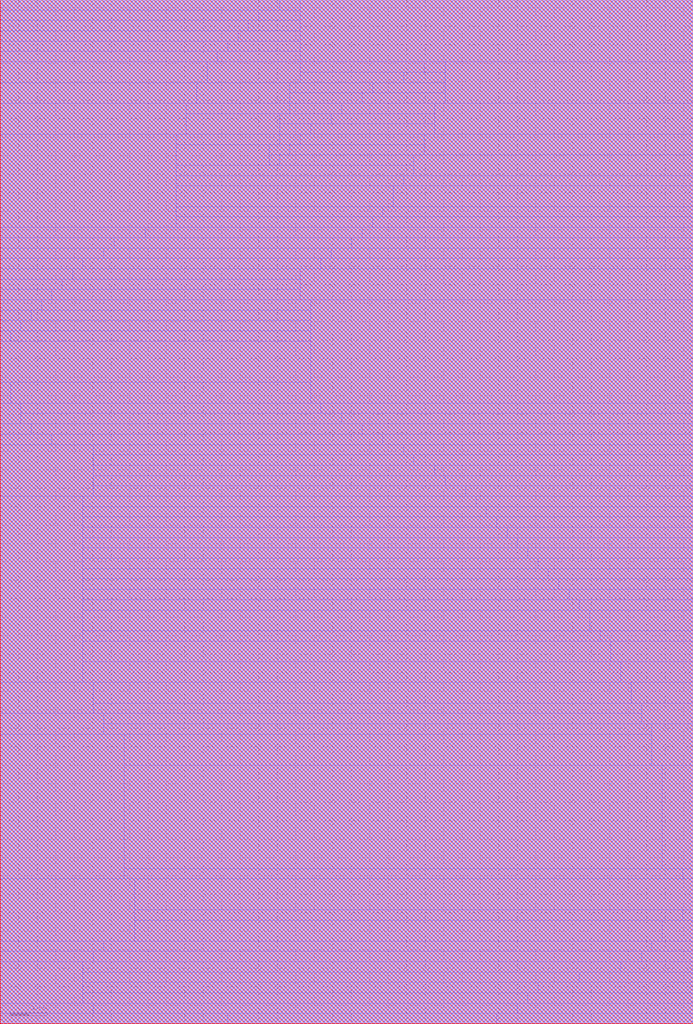
<source format=lef>
VERSION 5.7 ;
  NOWIREEXTENSIONATPIN ON ;
  DIVIDERCHAR "/" ;
  BUSBITCHARS "[]" ;
MACRO white_rabbit
  CLASS BLOCK ;
  FOREIGN white_rabbit ;
  ORIGIN 0.000 0.000 ;
  SIZE 18.760 BY 27.720 ;
  OBS
      LAYER met1 ;
        RECT 0.000 27.440 7.560 27.720 ;
      LAYER met1 ;
        RECT 7.560 27.440 8.120 27.720 ;
      LAYER met1 ;
        RECT 0.000 27.160 7.000 27.440 ;
      LAYER met1 ;
        RECT 7.000 27.160 8.120 27.440 ;
      LAYER met1 ;
        RECT 0.000 26.880 6.720 27.160 ;
      LAYER met1 ;
        RECT 6.720 26.880 8.120 27.160 ;
      LAYER met1 ;
        RECT 0.000 26.600 6.440 26.880 ;
      LAYER met1 ;
        RECT 6.440 26.600 8.120 26.880 ;
      LAYER met1 ;
        RECT 0.000 26.320 6.160 26.600 ;
      LAYER met1 ;
        RECT 6.160 26.320 8.120 26.600 ;
      LAYER met1 ;
        RECT 0.000 26.040 5.880 26.320 ;
      LAYER met1 ;
        RECT 5.880 26.040 8.120 26.320 ;
      LAYER met1 ;
        RECT 8.120 26.040 18.760 27.720 ;
        RECT 0.000 25.480 5.600 26.040 ;
      LAYER met1 ;
        RECT 5.600 25.480 8.120 26.040 ;
      LAYER met1 ;
        RECT 8.120 25.760 11.480 26.040 ;
      LAYER met1 ;
        RECT 11.480 25.760 12.040 26.040 ;
      LAYER met1 ;
        RECT 8.120 25.480 10.920 25.760 ;
      LAYER met1 ;
        RECT 10.920 25.480 12.040 25.760 ;
      LAYER met1 ;
        RECT 0.000 24.920 5.320 25.480 ;
      LAYER met1 ;
        RECT 5.320 24.920 7.840 25.480 ;
      LAYER met1 ;
        RECT 7.840 25.200 10.080 25.480 ;
      LAYER met1 ;
        RECT 10.080 25.200 12.040 25.480 ;
      LAYER met1 ;
        RECT 7.840 24.920 9.800 25.200 ;
      LAYER met1 ;
        RECT 9.800 24.920 12.040 25.200 ;
      LAYER met1 ;
        RECT 12.040 24.920 18.760 26.040 ;
        RECT 0.000 24.080 5.040 24.920 ;
      LAYER met1 ;
        RECT 5.040 24.640 7.840 24.920 ;
      LAYER met1 ;
        RECT 7.840 24.640 9.240 24.920 ;
      LAYER met1 ;
        RECT 9.240 24.640 11.760 24.920 ;
        RECT 5.040 24.080 7.560 24.640 ;
      LAYER met1 ;
        RECT 7.560 24.360 8.960 24.640 ;
      LAYER met1 ;
        RECT 8.960 24.360 11.760 24.640 ;
      LAYER met1 ;
        RECT 7.560 24.080 8.400 24.360 ;
      LAYER met1 ;
        RECT 8.400 24.080 11.760 24.360 ;
      LAYER met1 ;
        RECT 11.760 24.080 18.760 24.920 ;
        RECT 0.000 21.560 4.760 24.080 ;
      LAYER met1 ;
        RECT 4.760 23.800 7.560 24.080 ;
      LAYER met1 ;
        RECT 7.560 23.800 8.120 24.080 ;
      LAYER met1 ;
        RECT 8.120 23.800 11.480 24.080 ;
        RECT 4.760 23.240 7.280 23.800 ;
      LAYER met1 ;
        RECT 7.280 23.520 7.840 23.800 ;
      LAYER met1 ;
        RECT 7.840 23.520 11.480 23.800 ;
      LAYER met1 ;
        RECT 11.480 23.520 18.760 24.080 ;
        RECT 7.280 23.240 7.560 23.520 ;
      LAYER met1 ;
        RECT 7.560 23.240 11.200 23.520 ;
        RECT 4.760 22.960 11.200 23.240 ;
      LAYER met1 ;
        RECT 11.200 22.960 18.760 23.520 ;
      LAYER met1 ;
        RECT 4.760 22.680 10.920 22.960 ;
      LAYER met1 ;
        RECT 10.920 22.680 18.760 22.960 ;
      LAYER met1 ;
        RECT 4.760 22.120 10.640 22.680 ;
      LAYER met1 ;
        RECT 10.640 22.120 18.760 22.680 ;
      LAYER met1 ;
        RECT 4.760 21.840 10.360 22.120 ;
      LAYER met1 ;
        RECT 10.360 21.840 18.760 22.120 ;
      LAYER met1 ;
        RECT 4.760 21.560 10.080 21.840 ;
      LAYER met1 ;
        RECT 10.080 21.560 18.760 21.840 ;
        RECT 0.000 21.280 3.920 21.560 ;
      LAYER met1 ;
        RECT 3.920 21.280 9.800 21.560 ;
      LAYER met1 ;
        RECT 9.800 21.280 18.760 21.560 ;
        RECT 0.000 21.000 3.080 21.280 ;
      LAYER met1 ;
        RECT 3.080 21.000 9.520 21.280 ;
      LAYER met1 ;
        RECT 9.520 21.000 18.760 21.280 ;
        RECT 0.000 20.720 2.800 21.000 ;
      LAYER met1 ;
        RECT 2.800 20.720 8.960 21.000 ;
      LAYER met1 ;
        RECT 8.960 20.720 18.760 21.000 ;
        RECT 0.000 20.440 2.240 20.720 ;
      LAYER met1 ;
        RECT 2.240 20.440 8.680 20.720 ;
      LAYER met1 ;
        RECT 8.680 20.440 18.760 20.720 ;
        RECT 0.000 20.160 1.960 20.440 ;
      LAYER met1 ;
        RECT 1.960 20.160 8.120 20.440 ;
      LAYER met1 ;
        RECT 0.000 19.880 1.680 20.160 ;
      LAYER met1 ;
        RECT 1.680 19.880 8.120 20.160 ;
      LAYER met1 ;
        RECT 0.000 19.600 1.400 19.880 ;
      LAYER met1 ;
        RECT 1.400 19.600 8.120 19.880 ;
      LAYER met1 ;
        RECT 8.120 19.600 18.760 20.440 ;
        RECT 0.000 19.320 1.120 19.600 ;
      LAYER met1 ;
        RECT 1.120 19.320 8.400 19.600 ;
      LAYER met1 ;
        RECT 0.000 19.040 0.840 19.320 ;
      LAYER met1 ;
        RECT 0.840 19.040 8.400 19.320 ;
      LAYER met1 ;
        RECT 0.000 18.760 0.560 19.040 ;
      LAYER met1 ;
        RECT 0.560 18.760 8.400 19.040 ;
      LAYER met1 ;
        RECT 0.000 18.480 0.280 18.760 ;
      LAYER met1 ;
        RECT 0.280 18.480 8.400 18.760 ;
        RECT 0.000 17.360 8.400 18.480 ;
      LAYER met1 ;
        RECT 0.000 16.800 0.280 17.360 ;
      LAYER met1 ;
        RECT 0.280 16.800 8.400 17.360 ;
      LAYER met1 ;
        RECT 8.400 16.800 18.760 19.600 ;
        RECT 0.000 16.240 0.560 16.800 ;
      LAYER met1 ;
        RECT 0.560 16.520 8.680 16.800 ;
      LAYER met1 ;
        RECT 8.680 16.520 18.760 16.800 ;
      LAYER met1 ;
        RECT 0.560 16.240 9.240 16.520 ;
      LAYER met1 ;
        RECT 9.240 16.240 18.760 16.520 ;
        RECT 0.000 15.960 0.840 16.240 ;
      LAYER met1 ;
        RECT 0.840 15.960 9.800 16.240 ;
      LAYER met1 ;
        RECT 9.800 15.960 18.760 16.240 ;
        RECT 0.000 15.680 1.400 15.960 ;
      LAYER met1 ;
        RECT 1.400 15.680 10.360 15.960 ;
      LAYER met1 ;
        RECT 10.360 15.680 18.760 15.960 ;
        RECT 0.000 14.280 2.520 15.680 ;
      LAYER met1 ;
        RECT 2.520 15.400 10.920 15.680 ;
      LAYER met1 ;
        RECT 10.920 15.400 18.760 15.680 ;
      LAYER met1 ;
        RECT 2.520 15.120 11.200 15.400 ;
      LAYER met1 ;
        RECT 11.200 15.120 18.760 15.400 ;
      LAYER met1 ;
        RECT 2.520 14.840 11.760 15.120 ;
      LAYER met1 ;
        RECT 11.760 14.840 18.760 15.120 ;
      LAYER met1 ;
        RECT 2.520 14.560 12.040 14.840 ;
      LAYER met1 ;
        RECT 12.040 14.560 18.760 14.840 ;
      LAYER met1 ;
        RECT 2.520 14.280 12.600 14.560 ;
      LAYER met1 ;
        RECT 12.600 14.280 18.760 14.560 ;
        RECT 0.000 9.240 2.240 14.280 ;
      LAYER met1 ;
        RECT 2.240 14.000 12.880 14.280 ;
      LAYER met1 ;
        RECT 12.880 14.000 18.760 14.280 ;
      LAYER met1 ;
        RECT 2.240 13.720 13.160 14.000 ;
      LAYER met1 ;
        RECT 13.160 13.720 18.760 14.000 ;
      LAYER met1 ;
        RECT 2.240 13.440 13.440 13.720 ;
      LAYER met1 ;
        RECT 13.440 13.440 18.760 13.720 ;
      LAYER met1 ;
        RECT 2.240 13.160 13.720 13.440 ;
      LAYER met1 ;
        RECT 13.720 13.160 18.760 13.440 ;
      LAYER met1 ;
        RECT 2.240 12.880 14.000 13.160 ;
      LAYER met1 ;
        RECT 14.000 12.880 18.760 13.160 ;
      LAYER met1 ;
        RECT 2.240 12.600 14.280 12.880 ;
      LAYER met1 ;
        RECT 14.280 12.600 18.760 12.880 ;
      LAYER met1 ;
        RECT 2.240 12.320 14.560 12.600 ;
      LAYER met1 ;
        RECT 14.560 12.320 18.760 12.600 ;
      LAYER met1 ;
        RECT 2.240 12.040 14.840 12.320 ;
      LAYER met1 ;
        RECT 14.840 12.040 18.760 12.320 ;
      LAYER met1 ;
        RECT 2.240 11.760 15.120 12.040 ;
      LAYER met1 ;
        RECT 15.120 11.760 18.760 12.040 ;
      LAYER met1 ;
        RECT 2.240 11.480 15.400 11.760 ;
      LAYER met1 ;
        RECT 15.400 11.480 18.760 11.760 ;
      LAYER met1 ;
        RECT 2.240 11.200 15.680 11.480 ;
      LAYER met1 ;
        RECT 15.680 11.200 18.760 11.480 ;
      LAYER met1 ;
        RECT 2.240 10.640 15.960 11.200 ;
      LAYER met1 ;
        RECT 15.960 10.640 18.760 11.200 ;
      LAYER met1 ;
        RECT 2.240 10.360 16.240 10.640 ;
      LAYER met1 ;
        RECT 16.240 10.360 18.760 10.640 ;
      LAYER met1 ;
        RECT 2.240 9.800 16.520 10.360 ;
      LAYER met1 ;
        RECT 16.520 9.800 18.760 10.360 ;
      LAYER met1 ;
        RECT 2.240 9.240 16.800 9.800 ;
      LAYER met1 ;
        RECT 16.800 9.240 18.760 9.800 ;
        RECT 0.000 8.400 2.520 9.240 ;
      LAYER met1 ;
        RECT 2.520 8.680 17.080 9.240 ;
      LAYER met1 ;
        RECT 17.080 8.680 18.760 9.240 ;
      LAYER met1 ;
        RECT 2.520 8.400 17.360 8.680 ;
      LAYER met1 ;
        RECT 0.000 7.840 2.800 8.400 ;
      LAYER met1 ;
        RECT 2.800 8.120 17.360 8.400 ;
      LAYER met1 ;
        RECT 17.360 8.120 18.760 8.680 ;
      LAYER met1 ;
        RECT 2.800 7.840 17.640 8.120 ;
      LAYER met1 ;
        RECT 0.000 3.920 3.360 7.840 ;
      LAYER met1 ;
        RECT 3.360 7.000 17.640 7.840 ;
      LAYER met1 ;
        RECT 17.640 7.000 18.760 8.120 ;
      LAYER met1 ;
        RECT 3.360 4.200 17.920 7.000 ;
      LAYER met1 ;
        RECT 17.920 4.200 18.760 7.000 ;
      LAYER met1 ;
        RECT 3.360 3.920 18.480 4.200 ;
      LAYER met1 ;
        RECT 18.480 3.920 18.760 4.200 ;
        RECT 0.000 2.240 3.640 3.920 ;
      LAYER met1 ;
        RECT 3.640 3.080 18.760 3.920 ;
        RECT 3.640 2.800 18.480 3.080 ;
      LAYER met1 ;
        RECT 18.480 2.800 18.760 3.080 ;
      LAYER met1 ;
        RECT 3.640 2.240 17.920 2.800 ;
      LAYER met1 ;
        RECT 17.920 2.240 18.760 2.800 ;
        RECT 0.000 1.960 2.800 2.240 ;
      LAYER met1 ;
        RECT 2.800 1.960 17.640 2.240 ;
      LAYER met1 ;
        RECT 17.640 1.960 18.760 2.240 ;
        RECT 0.000 1.680 2.520 1.960 ;
      LAYER met1 ;
        RECT 2.520 1.680 17.360 1.960 ;
      LAYER met1 ;
        RECT 17.360 1.680 18.760 1.960 ;
        RECT 0.000 0.560 2.240 1.680 ;
      LAYER met1 ;
        RECT 2.240 1.400 16.800 1.680 ;
      LAYER met1 ;
        RECT 16.800 1.400 18.760 1.680 ;
      LAYER met1 ;
        RECT 2.240 1.120 15.680 1.400 ;
      LAYER met1 ;
        RECT 15.680 1.120 18.760 1.400 ;
      LAYER met1 ;
        RECT 2.240 0.840 14.560 1.120 ;
      LAYER met1 ;
        RECT 14.560 0.840 18.760 1.120 ;
      LAYER met1 ;
        RECT 2.240 0.560 14.280 0.840 ;
      LAYER met1 ;
        RECT 14.280 0.560 18.760 0.840 ;
        RECT 0.000 0.280 2.520 0.560 ;
      LAYER met1 ;
        RECT 2.520 0.280 14.000 0.560 ;
      LAYER met1 ;
        RECT 14.000 0.280 18.760 0.560 ;
        RECT 0.000 0.000 6.160 0.280 ;
      LAYER met1 ;
        RECT 6.160 0.000 13.440 0.280 ;
      LAYER met1 ;
        RECT 13.440 0.000 18.760 0.280 ;
      LAYER met2 ;
        RECT 0.000 27.440 7.560 27.720 ;
      LAYER met2 ;
        RECT 7.560 27.440 8.120 27.720 ;
      LAYER met2 ;
        RECT 0.000 27.160 7.000 27.440 ;
      LAYER met2 ;
        RECT 7.000 27.160 8.120 27.440 ;
      LAYER met2 ;
        RECT 0.000 26.880 6.720 27.160 ;
      LAYER met2 ;
        RECT 6.720 26.880 8.120 27.160 ;
      LAYER met2 ;
        RECT 0.000 26.600 6.440 26.880 ;
      LAYER met2 ;
        RECT 6.440 26.600 8.120 26.880 ;
      LAYER met2 ;
        RECT 0.000 26.320 6.160 26.600 ;
      LAYER met2 ;
        RECT 6.160 26.320 8.120 26.600 ;
      LAYER met2 ;
        RECT 0.000 26.040 5.880 26.320 ;
      LAYER met2 ;
        RECT 5.880 26.040 8.120 26.320 ;
      LAYER met2 ;
        RECT 8.120 26.040 18.760 27.720 ;
        RECT 0.000 25.480 5.600 26.040 ;
      LAYER met2 ;
        RECT 5.600 25.480 8.120 26.040 ;
      LAYER met2 ;
        RECT 8.120 25.760 11.480 26.040 ;
      LAYER met2 ;
        RECT 11.480 25.760 12.040 26.040 ;
      LAYER met2 ;
        RECT 8.120 25.480 10.920 25.760 ;
      LAYER met2 ;
        RECT 10.920 25.480 12.040 25.760 ;
      LAYER met2 ;
        RECT 0.000 24.920 5.320 25.480 ;
      LAYER met2 ;
        RECT 5.320 24.920 7.840 25.480 ;
      LAYER met2 ;
        RECT 7.840 25.200 10.080 25.480 ;
      LAYER met2 ;
        RECT 10.080 25.200 12.040 25.480 ;
      LAYER met2 ;
        RECT 7.840 24.920 9.800 25.200 ;
      LAYER met2 ;
        RECT 9.800 24.920 12.040 25.200 ;
      LAYER met2 ;
        RECT 12.040 24.920 18.760 26.040 ;
        RECT 0.000 24.080 5.040 24.920 ;
      LAYER met2 ;
        RECT 5.040 24.640 7.840 24.920 ;
      LAYER met2 ;
        RECT 7.840 24.640 9.240 24.920 ;
      LAYER met2 ;
        RECT 9.240 24.640 11.760 24.920 ;
        RECT 5.040 24.080 7.560 24.640 ;
      LAYER met2 ;
        RECT 7.560 24.360 8.960 24.640 ;
      LAYER met2 ;
        RECT 8.960 24.360 11.760 24.640 ;
      LAYER met2 ;
        RECT 7.560 24.080 8.400 24.360 ;
      LAYER met2 ;
        RECT 8.400 24.080 11.760 24.360 ;
      LAYER met2 ;
        RECT 11.760 24.080 18.760 24.920 ;
        RECT 0.000 21.560 4.760 24.080 ;
      LAYER met2 ;
        RECT 4.760 23.800 7.560 24.080 ;
      LAYER met2 ;
        RECT 7.560 23.800 8.120 24.080 ;
      LAYER met2 ;
        RECT 8.120 23.800 11.480 24.080 ;
        RECT 4.760 23.240 7.280 23.800 ;
      LAYER met2 ;
        RECT 7.280 23.520 7.840 23.800 ;
      LAYER met2 ;
        RECT 7.840 23.520 11.480 23.800 ;
      LAYER met2 ;
        RECT 11.480 23.520 18.760 24.080 ;
        RECT 7.280 23.240 7.560 23.520 ;
      LAYER met2 ;
        RECT 7.560 23.240 11.200 23.520 ;
        RECT 4.760 22.960 11.200 23.240 ;
      LAYER met2 ;
        RECT 11.200 22.960 18.760 23.520 ;
      LAYER met2 ;
        RECT 4.760 22.680 10.920 22.960 ;
      LAYER met2 ;
        RECT 10.920 22.680 18.760 22.960 ;
      LAYER met2 ;
        RECT 4.760 22.120 10.640 22.680 ;
      LAYER met2 ;
        RECT 10.640 22.120 18.760 22.680 ;
      LAYER met2 ;
        RECT 4.760 21.840 10.360 22.120 ;
      LAYER met2 ;
        RECT 10.360 21.840 18.760 22.120 ;
      LAYER met2 ;
        RECT 4.760 21.560 10.080 21.840 ;
      LAYER met2 ;
        RECT 10.080 21.560 18.760 21.840 ;
        RECT 0.000 21.280 3.920 21.560 ;
      LAYER met2 ;
        RECT 3.920 21.280 9.800 21.560 ;
      LAYER met2 ;
        RECT 9.800 21.280 18.760 21.560 ;
        RECT 0.000 21.000 3.080 21.280 ;
      LAYER met2 ;
        RECT 3.080 21.000 9.520 21.280 ;
      LAYER met2 ;
        RECT 9.520 21.000 18.760 21.280 ;
        RECT 0.000 20.720 2.800 21.000 ;
      LAYER met2 ;
        RECT 2.800 20.720 8.960 21.000 ;
      LAYER met2 ;
        RECT 8.960 20.720 18.760 21.000 ;
        RECT 0.000 20.440 2.240 20.720 ;
      LAYER met2 ;
        RECT 2.240 20.440 8.680 20.720 ;
      LAYER met2 ;
        RECT 8.680 20.440 18.760 20.720 ;
        RECT 0.000 20.160 1.960 20.440 ;
      LAYER met2 ;
        RECT 1.960 20.160 8.120 20.440 ;
      LAYER met2 ;
        RECT 0.000 19.880 1.680 20.160 ;
      LAYER met2 ;
        RECT 1.680 19.880 8.120 20.160 ;
      LAYER met2 ;
        RECT 0.000 19.600 1.400 19.880 ;
      LAYER met2 ;
        RECT 1.400 19.600 8.120 19.880 ;
      LAYER met2 ;
        RECT 8.120 19.600 18.760 20.440 ;
        RECT 0.000 19.320 1.120 19.600 ;
      LAYER met2 ;
        RECT 1.120 19.320 8.400 19.600 ;
      LAYER met2 ;
        RECT 0.000 19.040 0.840 19.320 ;
      LAYER met2 ;
        RECT 0.840 19.040 8.400 19.320 ;
      LAYER met2 ;
        RECT 0.000 18.760 0.560 19.040 ;
      LAYER met2 ;
        RECT 0.560 18.760 8.400 19.040 ;
      LAYER met2 ;
        RECT 0.000 18.480 0.280 18.760 ;
      LAYER met2 ;
        RECT 0.280 18.480 8.400 18.760 ;
        RECT 0.000 17.360 8.400 18.480 ;
      LAYER met2 ;
        RECT 0.000 16.800 0.280 17.360 ;
      LAYER met2 ;
        RECT 0.280 16.800 8.400 17.360 ;
      LAYER met2 ;
        RECT 8.400 16.800 18.760 19.600 ;
        RECT 0.000 16.240 0.560 16.800 ;
      LAYER met2 ;
        RECT 0.560 16.520 8.680 16.800 ;
      LAYER met2 ;
        RECT 8.680 16.520 18.760 16.800 ;
      LAYER met2 ;
        RECT 0.560 16.240 9.240 16.520 ;
      LAYER met2 ;
        RECT 9.240 16.240 18.760 16.520 ;
        RECT 0.000 15.960 0.840 16.240 ;
      LAYER met2 ;
        RECT 0.840 15.960 9.800 16.240 ;
      LAYER met2 ;
        RECT 9.800 15.960 18.760 16.240 ;
        RECT 0.000 15.680 1.400 15.960 ;
      LAYER met2 ;
        RECT 1.400 15.680 10.360 15.960 ;
      LAYER met2 ;
        RECT 10.360 15.680 18.760 15.960 ;
        RECT 0.000 14.280 2.520 15.680 ;
      LAYER met2 ;
        RECT 2.520 15.400 10.920 15.680 ;
      LAYER met2 ;
        RECT 10.920 15.400 18.760 15.680 ;
      LAYER met2 ;
        RECT 2.520 15.120 11.200 15.400 ;
      LAYER met2 ;
        RECT 11.200 15.120 18.760 15.400 ;
      LAYER met2 ;
        RECT 2.520 14.840 11.760 15.120 ;
      LAYER met2 ;
        RECT 11.760 14.840 18.760 15.120 ;
      LAYER met2 ;
        RECT 2.520 14.560 12.040 14.840 ;
      LAYER met2 ;
        RECT 12.040 14.560 18.760 14.840 ;
      LAYER met2 ;
        RECT 2.520 14.280 12.600 14.560 ;
      LAYER met2 ;
        RECT 12.600 14.280 18.760 14.560 ;
        RECT 0.000 9.240 2.240 14.280 ;
      LAYER met2 ;
        RECT 2.240 14.000 12.880 14.280 ;
      LAYER met2 ;
        RECT 12.880 14.000 18.760 14.280 ;
      LAYER met2 ;
        RECT 2.240 13.720 13.160 14.000 ;
      LAYER met2 ;
        RECT 13.160 13.720 18.760 14.000 ;
      LAYER met2 ;
        RECT 2.240 13.440 13.440 13.720 ;
      LAYER met2 ;
        RECT 13.440 13.440 18.760 13.720 ;
      LAYER met2 ;
        RECT 2.240 13.160 13.720 13.440 ;
      LAYER met2 ;
        RECT 13.720 13.160 18.760 13.440 ;
      LAYER met2 ;
        RECT 2.240 12.880 14.000 13.160 ;
      LAYER met2 ;
        RECT 14.000 12.880 18.760 13.160 ;
      LAYER met2 ;
        RECT 2.240 12.600 14.280 12.880 ;
      LAYER met2 ;
        RECT 14.280 12.600 18.760 12.880 ;
      LAYER met2 ;
        RECT 2.240 12.320 14.560 12.600 ;
      LAYER met2 ;
        RECT 14.560 12.320 18.760 12.600 ;
      LAYER met2 ;
        RECT 2.240 12.040 14.840 12.320 ;
      LAYER met2 ;
        RECT 14.840 12.040 18.760 12.320 ;
      LAYER met2 ;
        RECT 2.240 11.760 15.120 12.040 ;
      LAYER met2 ;
        RECT 15.120 11.760 18.760 12.040 ;
      LAYER met2 ;
        RECT 2.240 11.480 15.400 11.760 ;
      LAYER met2 ;
        RECT 15.400 11.480 18.760 11.760 ;
      LAYER met2 ;
        RECT 2.240 11.200 15.680 11.480 ;
      LAYER met2 ;
        RECT 15.680 11.200 18.760 11.480 ;
      LAYER met2 ;
        RECT 2.240 10.640 15.960 11.200 ;
      LAYER met2 ;
        RECT 15.960 10.640 18.760 11.200 ;
      LAYER met2 ;
        RECT 2.240 10.360 16.240 10.640 ;
      LAYER met2 ;
        RECT 16.240 10.360 18.760 10.640 ;
      LAYER met2 ;
        RECT 2.240 9.800 16.520 10.360 ;
      LAYER met2 ;
        RECT 16.520 9.800 18.760 10.360 ;
      LAYER met2 ;
        RECT 2.240 9.240 16.800 9.800 ;
      LAYER met2 ;
        RECT 16.800 9.240 18.760 9.800 ;
        RECT 0.000 8.400 2.520 9.240 ;
      LAYER met2 ;
        RECT 2.520 8.680 17.080 9.240 ;
      LAYER met2 ;
        RECT 17.080 8.680 18.760 9.240 ;
      LAYER met2 ;
        RECT 2.520 8.400 17.360 8.680 ;
      LAYER met2 ;
        RECT 0.000 7.840 2.800 8.400 ;
      LAYER met2 ;
        RECT 2.800 8.120 17.360 8.400 ;
      LAYER met2 ;
        RECT 17.360 8.120 18.760 8.680 ;
      LAYER met2 ;
        RECT 2.800 7.840 17.640 8.120 ;
      LAYER met2 ;
        RECT 0.000 3.920 3.360 7.840 ;
      LAYER met2 ;
        RECT 3.360 7.000 17.640 7.840 ;
      LAYER met2 ;
        RECT 17.640 7.000 18.760 8.120 ;
      LAYER met2 ;
        RECT 3.360 4.200 17.920 7.000 ;
      LAYER met2 ;
        RECT 17.920 4.200 18.760 7.000 ;
      LAYER met2 ;
        RECT 3.360 3.920 18.480 4.200 ;
      LAYER met2 ;
        RECT 18.480 3.920 18.760 4.200 ;
        RECT 0.000 2.240 3.640 3.920 ;
      LAYER met2 ;
        RECT 3.640 3.080 18.760 3.920 ;
        RECT 3.640 2.800 18.480 3.080 ;
      LAYER met2 ;
        RECT 18.480 2.800 18.760 3.080 ;
      LAYER met2 ;
        RECT 3.640 2.240 17.920 2.800 ;
      LAYER met2 ;
        RECT 17.920 2.240 18.760 2.800 ;
        RECT 0.000 1.960 2.800 2.240 ;
      LAYER met2 ;
        RECT 2.800 1.960 17.640 2.240 ;
      LAYER met2 ;
        RECT 17.640 1.960 18.760 2.240 ;
        RECT 0.000 1.680 2.520 1.960 ;
      LAYER met2 ;
        RECT 2.520 1.680 17.360 1.960 ;
      LAYER met2 ;
        RECT 17.360 1.680 18.760 1.960 ;
        RECT 0.000 0.560 2.240 1.680 ;
      LAYER met2 ;
        RECT 2.240 1.400 16.800 1.680 ;
      LAYER met2 ;
        RECT 16.800 1.400 18.760 1.680 ;
      LAYER met2 ;
        RECT 2.240 1.120 15.680 1.400 ;
      LAYER met2 ;
        RECT 15.680 1.120 18.760 1.400 ;
      LAYER met2 ;
        RECT 2.240 0.840 14.560 1.120 ;
      LAYER met2 ;
        RECT 14.560 0.840 18.760 1.120 ;
      LAYER met2 ;
        RECT 2.240 0.560 14.280 0.840 ;
      LAYER met2 ;
        RECT 14.280 0.560 18.760 0.840 ;
        RECT 0.000 0.280 2.520 0.560 ;
      LAYER met2 ;
        RECT 2.520 0.280 14.000 0.560 ;
      LAYER met2 ;
        RECT 14.000 0.280 18.760 0.560 ;
        RECT 0.000 0.000 6.160 0.280 ;
      LAYER met2 ;
        RECT 6.160 0.000 13.440 0.280 ;
      LAYER met2 ;
        RECT 13.440 0.000 18.760 0.280 ;
      LAYER met3 ;
        RECT 0.000 0.000 18.760 27.720 ;
      LAYER met4 ;
        RECT 0.000 0.000 18.760 27.720 ;
      LAYER met5 ;
        RECT 0.000 0.000 18.760 27.720 ;
  END
END white_rabbit
END LIBRARY


</source>
